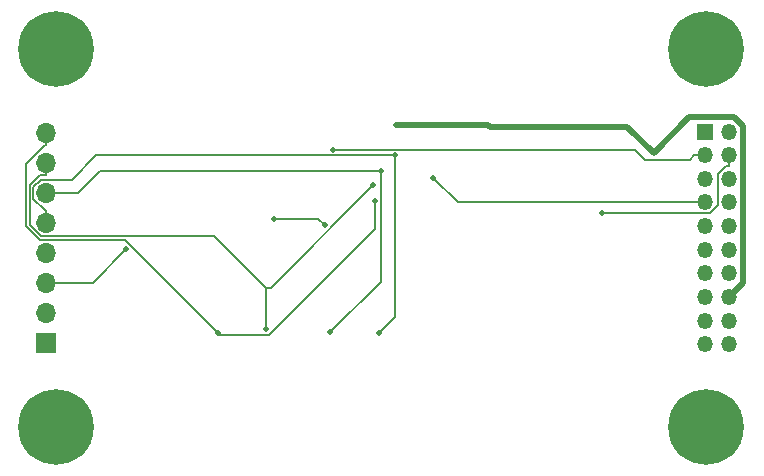
<source format=gbr>
%TF.GenerationSoftware,KiCad,Pcbnew,7.0.7*%
%TF.CreationDate,2023-12-20T16:21:06-06:00*%
%TF.ProjectId,MAR,4d41522e-6b69-4636-9164-5f7063625858,rev?*%
%TF.SameCoordinates,Original*%
%TF.FileFunction,Copper,L2,Bot*%
%TF.FilePolarity,Positive*%
%FSLAX46Y46*%
G04 Gerber Fmt 4.6, Leading zero omitted, Abs format (unit mm)*
G04 Created by KiCad (PCBNEW 7.0.7) date 2023-12-20 16:21:06*
%MOMM*%
%LPD*%
G01*
G04 APERTURE LIST*
%TA.AperFunction,ComponentPad*%
%ADD10C,6.400000*%
%TD*%
%TA.AperFunction,ComponentPad*%
%ADD11R,1.700000X1.700000*%
%TD*%
%TA.AperFunction,ComponentPad*%
%ADD12O,1.700000X1.700000*%
%TD*%
%TA.AperFunction,ComponentPad*%
%ADD13R,1.350000X1.350000*%
%TD*%
%TA.AperFunction,ComponentPad*%
%ADD14O,1.350000X1.350000*%
%TD*%
%TA.AperFunction,ViaPad*%
%ADD15C,0.500000*%
%TD*%
%TA.AperFunction,Conductor*%
%ADD16C,0.150000*%
%TD*%
%TA.AperFunction,Conductor*%
%ADD17C,0.500000*%
%TD*%
G04 APERTURE END LIST*
D10*
%TO.P,H3,1*%
%TO.N,N/C*%
X148000000Y-107600000D03*
%TD*%
%TO.P,H1,1*%
%TO.N,N/C*%
X93000000Y-75600000D03*
%TD*%
%TO.P,H4,1*%
%TO.N,N/C*%
X148000000Y-75600000D03*
%TD*%
%TO.P,H2,1*%
%TO.N,N/C*%
X93000000Y-107600000D03*
%TD*%
D11*
%TO.P,J2,1,Pin_1*%
%TO.N,/Q0*%
X92165300Y-100475000D03*
D12*
%TO.P,J2,2,Pin_2*%
%TO.N,/Q1*%
X92165300Y-97935000D03*
%TO.P,J2,3,Pin_3*%
%TO.N,/Q2*%
X92165300Y-95395000D03*
%TO.P,J2,4,Pin_4*%
%TO.N,/Q3*%
X92165300Y-92855000D03*
%TO.P,J2,5,Pin_5*%
%TO.N,/Q4*%
X92165300Y-90315000D03*
%TO.P,J2,6,Pin_6*%
%TO.N,/Q5*%
X92165300Y-87775000D03*
%TO.P,J2,7,Pin_7*%
%TO.N,/Q6*%
X92165300Y-85235000D03*
%TO.P,J2,8,Pin_8*%
%TO.N,/Q7*%
X92165300Y-82695000D03*
%TD*%
D13*
%TO.P,J1,1,Pin_1*%
%TO.N,/D0*%
X147946900Y-82600000D03*
D14*
%TO.P,J1,2,Pin_2*%
%TO.N,CLR*%
X149946900Y-82600000D03*
%TO.P,J1,3,Pin_3*%
%TO.N,/D1*%
X147946900Y-84600000D03*
%TO.P,J1,4,Pin_4*%
%TO.N,~{LOAD}*%
X149946900Y-84600000D03*
%TO.P,J1,5,Pin_5*%
%TO.N,/D2*%
X147946900Y-86600000D03*
%TO.P,J1,6,Pin_6*%
%TO.N,unconnected-(J1-Pin_6-Pad6)*%
X149946900Y-86600000D03*
%TO.P,J1,7,Pin_7*%
%TO.N,/D3*%
X147946900Y-88600000D03*
%TO.P,J1,8,Pin_8*%
%TO.N,unconnected-(J1-Pin_8-Pad8)*%
X149946900Y-88600000D03*
%TO.P,J1,9,Pin_9*%
%TO.N,/D4*%
X147946900Y-90600000D03*
%TO.P,J1,10,Pin_10*%
%TO.N,unconnected-(J1-Pin_10-Pad10)*%
X149946900Y-90600000D03*
%TO.P,J1,11,Pin_11*%
%TO.N,/D5*%
X147946900Y-92600000D03*
%TO.P,J1,12,Pin_12*%
%TO.N,unconnected-(J1-Pin_12-Pad12)*%
X149946900Y-92600000D03*
%TO.P,J1,13,Pin_13*%
%TO.N,/D6*%
X147946900Y-94600000D03*
%TO.P,J1,14,Pin_14*%
%TO.N,unconnected-(J1-Pin_14-Pad14)*%
X149946900Y-94600000D03*
%TO.P,J1,15,Pin_15*%
%TO.N,/D7*%
X147946900Y-96600000D03*
%TO.P,J1,16,Pin_16*%
%TO.N,VCC*%
X149946900Y-96600000D03*
%TO.P,J1,17,Pin_17*%
%TO.N,unconnected-(J1-Pin_17-Pad17)*%
X147946900Y-98600000D03*
%TO.P,J1,18,Pin_18*%
%TO.N,GND*%
X149946900Y-98600000D03*
%TO.P,J1,19,Pin_19*%
%TO.N,unconnected-(J1-Pin_19-Pad19)*%
X147946900Y-100600000D03*
%TO.P,J1,20,Pin_20*%
%TO.N,CLK*%
X149946900Y-100600000D03*
%TD*%
D15*
%TO.N,CLK*%
X115775200Y-90538100D03*
X111419400Y-89980600D03*
%TO.N,VCC*%
X121774300Y-82082500D03*
X129727500Y-82217100D03*
X143590400Y-84420700D03*
%TO.N,/D3*%
X124951500Y-86527500D03*
%TO.N,~{LOAD}*%
X139264600Y-89516700D03*
%TO.N,/D1*%
X116475900Y-84127100D03*
%TO.N,/Q2*%
X98958300Y-92559100D03*
%TO.N,/Q4*%
X120318600Y-99662500D03*
X121663200Y-84619400D03*
%TO.N,/Q5*%
X120501200Y-85959300D03*
X116230900Y-99564900D03*
%TO.N,/Q6*%
X110744000Y-99336800D03*
X119860000Y-87140600D03*
%TO.N,/Q7*%
X106739100Y-99662500D03*
X120010700Y-88488600D03*
%TD*%
D16*
%TO.N,CLK*%
X111419400Y-89980600D02*
X115217700Y-89980600D01*
X115217700Y-89980600D02*
X115775200Y-90538100D01*
D17*
%TO.N,VCC*%
X141386800Y-82217100D02*
X129727500Y-82217100D01*
X129592900Y-82082500D02*
X121774300Y-82082500D01*
X129727500Y-82217100D02*
X129592900Y-82082500D01*
X151130500Y-82120100D02*
X150416500Y-81406100D01*
X149946900Y-96600000D02*
X151130500Y-95416400D01*
X151130500Y-95416400D02*
X151130500Y-82120100D01*
X146605000Y-81406100D02*
X143590400Y-84420700D01*
X143590400Y-84420700D02*
X141386800Y-82217100D01*
X150416500Y-81406100D02*
X146605000Y-81406100D01*
D16*
%TO.N,/D3*%
X147946900Y-88600000D02*
X127024000Y-88600000D01*
X127024000Y-88600000D02*
X124951500Y-86527500D01*
%TO.N,~{LOAD}*%
X149046800Y-88826200D02*
X148356300Y-89516700D01*
X149046800Y-86175100D02*
X149046800Y-88826200D01*
X149721800Y-85500100D02*
X149046800Y-86175100D01*
X148356300Y-89516700D02*
X139264600Y-89516700D01*
X149946900Y-85500100D02*
X149721800Y-85500100D01*
X149946900Y-84600000D02*
X149946900Y-85500100D01*
%TO.N,/D1*%
X147946900Y-84600000D02*
X147046800Y-84600000D01*
X142029100Y-84127100D02*
X142897800Y-84995800D01*
X142897800Y-84995800D02*
X146651000Y-84995800D01*
X116475900Y-84127100D02*
X142029100Y-84127100D01*
X146651000Y-84995800D02*
X147046800Y-84600000D01*
%TO.N,/Q2*%
X92165300Y-95395000D02*
X96122400Y-95395000D01*
X96122400Y-95395000D02*
X98958300Y-92559100D01*
%TO.N,/Q4*%
X92030800Y-89239900D02*
X91090200Y-88299300D01*
X92165300Y-90315000D02*
X92165300Y-89239900D01*
X96396000Y-84619400D02*
X121663200Y-84619400D01*
X91090200Y-88299300D02*
X91090200Y-87305800D01*
X121663200Y-84619400D02*
X121663200Y-98317900D01*
X91731800Y-86664200D02*
X94351200Y-86664200D01*
X91090200Y-87305800D02*
X91731800Y-86664200D01*
X94351200Y-86664200D02*
X96396000Y-84619400D01*
X92165300Y-89239900D02*
X92030800Y-89239900D01*
X121663200Y-98317900D02*
X120318600Y-99662500D01*
%TO.N,/Q5*%
X93240400Y-87775000D02*
X94884000Y-87775000D01*
X116230900Y-99564900D02*
X120501200Y-95294600D01*
X94884000Y-87775000D02*
X96699700Y-85959300D01*
X120501200Y-95294600D02*
X120501200Y-85959300D01*
X96699700Y-85959300D02*
X120501200Y-85959300D01*
X92165300Y-87775000D02*
X93240400Y-87775000D01*
%TO.N,/Q6*%
X91627800Y-86310100D02*
X90790000Y-87147900D01*
X92165300Y-86310100D02*
X91627800Y-86310100D01*
X106352300Y-91434900D02*
X110744000Y-95826600D01*
X90790000Y-87147900D02*
X90790000Y-90488700D01*
X111174000Y-95826600D02*
X119860000Y-87140600D01*
X110744000Y-95826600D02*
X110744000Y-99336800D01*
X91736200Y-91434900D02*
X106352300Y-91434900D01*
X90790000Y-90488700D02*
X91736200Y-91434900D01*
X92165300Y-85235000D02*
X92165300Y-86310100D01*
X110744000Y-95826600D02*
X111174000Y-95826600D01*
%TO.N,/Q7*%
X120010700Y-90809600D02*
X120010700Y-88488600D01*
X92165300Y-82695000D02*
X92165300Y-83770100D01*
X92030900Y-83770100D02*
X90443100Y-85357900D01*
X92165300Y-83770100D02*
X92030900Y-83770100D01*
X91617100Y-91779800D02*
X98856400Y-91779800D01*
X90443100Y-90605800D02*
X91617100Y-91779800D01*
X111002500Y-99817800D02*
X120010700Y-90809600D01*
X98856400Y-91779800D02*
X106739100Y-99662500D01*
X106894400Y-99817800D02*
X111002500Y-99817800D01*
X90443100Y-85357900D02*
X90443100Y-90605800D01*
X106739100Y-99662500D02*
X106894400Y-99817800D01*
%TD*%
M02*

</source>
